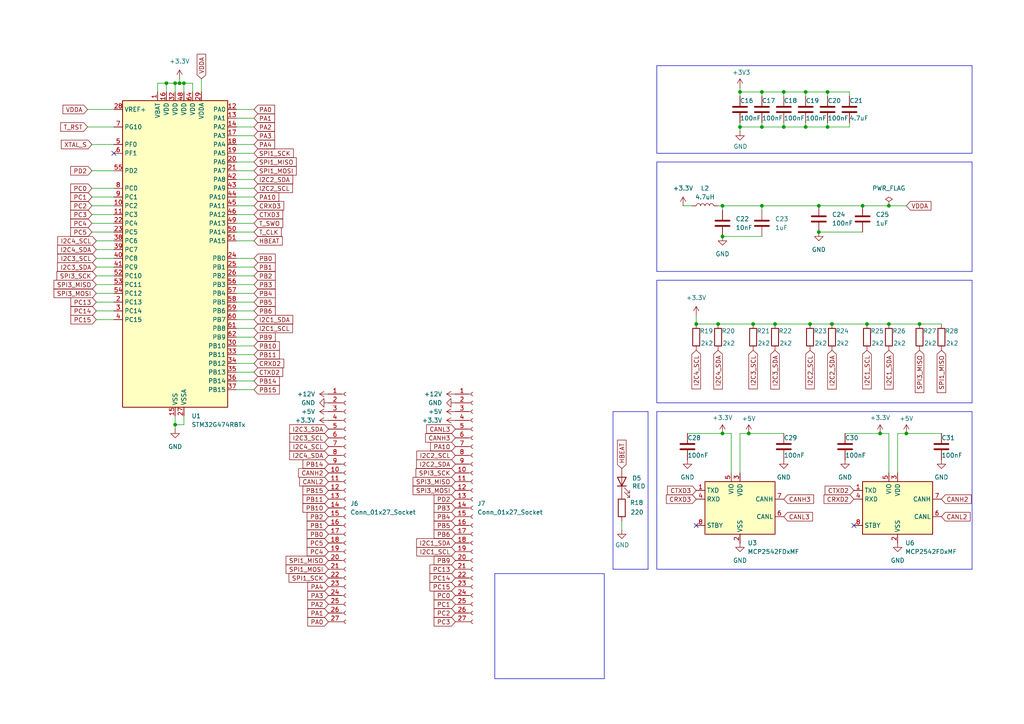
<source format=kicad_sch>
(kicad_sch (version 20231120) (generator "eeschema") (generator_version "8.0")
  (paper "A4")
  (lib_symbols
    (symbol "Connector:Conn_01x27_Socket" (pin_names (offset 1.016) hide)
      (property "Reference" "J" (at 0 35.56 0))
      (property "Value" "Conn_01x27_Socket" (at 0 -35.56 0))
      (symbol "Conn_01x27_Socket_1_1"
        (pin passive line (at -5.08 33.02 0) (length 3.81) (name "Pin_1") (number "1"))
        (pin passive line (at -5.08 10.16 0) (length 3.81) (name "Pin_10") (number "10"))
        (pin passive line (at -5.08 7.62 0) (length 3.81) (name "Pin_11") (number "11"))
        (pin passive line (at -5.08 5.08 0) (length 3.81) (name "Pin_12") (number "12"))
        (pin passive line (at -5.08 2.54 0) (length 3.81) (name "Pin_13") (number "13"))
        (pin passive line (at -5.08 0 0) (length 3.81) (name "Pin_14") (number "14"))
        (pin passive line (at -5.08 -2.54 0) (length 3.81) (name "Pin_15") (number "15"))
        (pin passive line (at -5.08 -5.08 0) (length 3.81) (name "Pin_16") (number "16"))
        (pin passive line (at -5.08 -7.62 0) (length 3.81) (name "Pin_17") (number "17"))
        (pin passive line (at -5.08 -10.16 0) (length 3.81) (name "Pin_18") (number "18"))
        (pin passive line (at -5.08 -12.7 0) (length 3.81) (name "Pin_19") (number "19"))
        (pin passive line (at -5.08 30.48 0) (length 3.81) (name "Pin_2") (number "2"))
        (pin passive line (at -5.08 -15.24 0) (length 3.81) (name "Pin_20") (number "20"))
        (pin passive line (at -5.08 -17.78 0) (length 3.81) (name "Pin_21") (number "21"))
        (pin passive line (at -5.08 -20.32 0) (length 3.81) (name "Pin_22") (number "22"))
        (pin passive line (at -5.08 -22.86 0) (length 3.81) (name "Pin_23") (number "23"))
        (pin passive line (at -5.08 -25.4 0) (length 3.81) (name "Pin_24") (number "24"))
        (pin passive line (at -5.08 -27.94 0) (length 3.81) (name "Pin_25") (number "25"))
        (pin passive line (at -5.08 -30.48 0) (length 3.81) (name "Pin_26") (number "26"))
        (pin passive line (at -5.08 -33.02 0) (length 3.81) (name "Pin_27") (number "27"))
        (pin passive line (at -5.08 27.94 0) (length 3.81) (name "Pin_3") (number "3"))
        (pin passive line (at -5.08 25.4 0) (length 3.81) (name "Pin_4") (number "4"))
        (pin passive line (at -5.08 22.86 0) (length 3.81) (name "Pin_5") (number "5"))
        (pin passive line (at -5.08 20.32 0) (length 3.81) (name "Pin_6") (number "6"))
        (pin passive line (at -5.08 17.78 0) (length 3.81) (name "Pin_7") (number "7"))
        (pin passive line (at -5.08 15.24 0) (length 3.81) (name "Pin_8") (number "8"))
        (pin passive line (at -5.08 12.7 0) (length 3.81) (name "Pin_9") (number "9"))
      )
    )
    (symbol "Device:C" (pin_numbers hide) (pin_names (offset 0.254))
      (property "Reference" "C" (at 0.635 2.54 0))
      (property "Value" "C" (at 0.635 -2.54 0))
      (symbol "C_1_1"
        (pin passive line (at 0 3.81 270) (length 2.794) (name "~") (number "1"))
        (pin passive line (at 0 -3.81 90) (length 2.794) (name "~") (number "2"))
      )
    )
    (symbol "Device:L" (pin_numbers hide) (pin_names (offset 1.016) hide)
      (property "Reference" "L" (at -1.27 0 90))
      (property "Value" "L" (at 1.905 0 90))
      (symbol "L_1_1"
        (pin passive line (at 0 3.81 270) (length 1.27) (name "1") (number "1"))
        (pin passive line (at 0 -3.81 90) (length 1.27) (name "2") (number "2"))
      )
    )
    (symbol "Device:LED" (pin_numbers hide) (pin_names (offset 1.016) hide)
      (property "Reference" "D" (at 0 2.54 0))
      (property "Value" "LED" (at 0 -2.54 0))
      (symbol "LED_1_1"
        (pin passive line (at -3.81 0 0) (length 2.54) (name "K") (number "1"))
        (pin passive line (at 3.81 0 180) (length 2.54) (name "A") (number "2"))
      )
    )
    (symbol "Device:R" (pin_numbers hide) (pin_names (offset 0))
      (property "Reference" "R" (at 2.032 0 90))
      (property "Value" "R" (at 0 0 90))
      (symbol "R_1_1"
        (pin passive line (at 0 3.81 270) (length 1.27) (name "~") (number "1"))
        (pin passive line (at 0 -3.81 90) (length 1.27) (name "~") (number "2"))
      )
    )
    (symbol "Interface_CAN_LIN:MCP2542FDxMF"
      (property "Reference" "U" (at -10.16 8.89 0))
      (property "Value" "MCP2542FDxMF" (at 2.54 8.89 0))
      (symbol "MCP2542FDxMF_1_1"
        (pin input line (at -12.7 5.08 0) (length 2.54) (name "TXD") (number "1"))
        (pin power_in line (at 0 -10.16 90) (length 2.54) (name "VSS") (number "2"))
        (pin power_in line (at 0 10.16 270) (length 2.54) (name "VDD") (number "3"))
        (pin output line (at -12.7 2.54 0) (length 2.54) (name "RXD") (number "4"))
        (pin power_in line (at -2.54 10.16 270) (length 2.54) (name "VIO") (number "5"))
        (pin bidirectional line (at 12.7 -2.54 180) (length 2.54) (name "CANL") (number "6"))
        (pin bidirectional line (at 12.7 2.54 180) (length 2.54) (name "CANH") (number "7"))
        (pin input line (at -12.7 -5.08 0) (length 2.54) (name "STBY") (number "8"))
        (pin passive line (at 0 -10.16 90) (length 2.54) hide (name "VSS") (number "9"))
      )
    )
    (symbol "MCU_ST_STM32G4:STM32G474RBTx"
      (property "Reference" "U" (at -15.24 46.99 0))
      (property "Value" "STM32G474RBTx" (at 10.16 46.99 0))
      (symbol "STM32G474RBTx_1_1"
        (pin power_in line (at -5.08 48.26 270) (length 2.54) (name "VBAT") (number "1"))
        (pin bidirectional line (at -17.78 15.24 0) (length 2.54) (name "PC2") (number "10"))
        (pin bidirectional line (at -17.78 12.7 0) (length 2.54) (name "PC3") (number "11"))
        (pin bidirectional line (at 17.78 43.18 180) (length 2.54) (name "PA0") (number "12"))
        (pin bidirectional line (at 17.78 40.64 180) (length 2.54) (name "PA1") (number "13"))
        (pin bidirectional line (at 17.78 38.1 180) (length 2.54) (name "PA2") (number "14"))
        (pin power_in line (at 0 -45.72 90) (length 2.54) (name "VSS") (number "15"))
        (pin power_in line (at -2.54 48.26 270) (length 2.54) (name "VDD") (number "16"))
        (pin bidirectional line (at 17.78 35.56 180) (length 2.54) (name "PA3") (number "17"))
        (pin bidirectional line (at 17.78 33.02 180) (length 2.54) (name "PA4") (number "18"))
        (pin bidirectional line (at 17.78 30.48 180) (length 2.54) (name "PA5") (number "19"))
        (pin bidirectional line (at -17.78 -12.7 0) (length 2.54) (name "PC13") (number "2"))
        (pin bidirectional line (at 17.78 27.94 180) (length 2.54) (name "PA6") (number "20"))
        (pin bidirectional line (at 17.78 25.4 180) (length 2.54) (name "PA7") (number "21"))
        (pin bidirectional line (at -17.78 10.16 0) (length 2.54) (name "PC4") (number "22"))
        (pin bidirectional line (at -17.78 7.62 0) (length 2.54) (name "PC5") (number "23"))
        (pin bidirectional line (at 17.78 0 180) (length 2.54) (name "PB0") (number "24"))
        (pin bidirectional line (at 17.78 -2.54 180) (length 2.54) (name "PB1") (number "25"))
        (pin bidirectional line (at 17.78 -5.08 180) (length 2.54) (name "PB2") (number "26"))
        (pin power_in line (at 2.54 -45.72 90) (length 2.54) (name "VSSA") (number "27"))
        (pin input line (at -17.78 43.18 0) (length 2.54) (name "VREF+") (number "28"))
        (pin power_in line (at 7.62 48.26 270) (length 2.54) (name "VDDA") (number "29"))
        (pin bidirectional line (at -17.78 -15.24 0) (length 2.54) (name "PC14") (number "3"))
        (pin bidirectional line (at 17.78 -25.4 180) (length 2.54) (name "PB10") (number "30"))
        (pin passive line (at 0 -45.72 90) (length 2.54) hide (name "VSS") (number "31"))
        (pin power_in line (at 0 48.26 270) (length 2.54) (name "VDD") (number "32"))
        (pin bidirectional line (at 17.78 -27.94 180) (length 2.54) (name "PB11") (number "33"))
        (pin bidirectional line (at 17.78 -30.48 180) (length 2.54) (name "PB12") (number "34"))
        (pin bidirectional line (at 17.78 -33.02 180) (length 2.54) (name "PB13") (number "35"))
        (pin bidirectional line (at 17.78 -35.56 180) (length 2.54) (name "PB14") (number "36"))
        (pin bidirectional line (at 17.78 -38.1 180) (length 2.54) (name "PB15") (number "37"))
        (pin bidirectional line (at -17.78 5.08 0) (length 2.54) (name "PC6") (number "38"))
        (pin bidirectional line (at -17.78 2.54 0) (length 2.54) (name "PC7") (number "39"))
        (pin bidirectional line (at -17.78 -17.78 0) (length 2.54) (name "PC15") (number "4"))
        (pin bidirectional line (at -17.78 0 0) (length 2.54) (name "PC8") (number "40"))
        (pin bidirectional line (at -17.78 -2.54 0) (length 2.54) (name "PC9") (number "41"))
        (pin bidirectional line (at 17.78 22.86 180) (length 2.54) (name "PA8") (number "42"))
        (pin bidirectional line (at 17.78 20.32 180) (length 2.54) (name "PA9") (number "43"))
        (pin bidirectional line (at 17.78 17.78 180) (length 2.54) (name "PA10") (number "44"))
        (pin bidirectional line (at 17.78 15.24 180) (length 2.54) (name "PA11") (number "45"))
        (pin bidirectional line (at 17.78 12.7 180) (length 2.54) (name "PA12") (number "46"))
        (pin passive line (at 0 -45.72 90) (length 2.54) hide (name "VSS") (number "47"))
        (pin power_in line (at 2.54 48.26 270) (length 2.54) (name "VDD") (number "48"))
        (pin bidirectional line (at 17.78 10.16 180) (length 2.54) (name "PA13") (number "49"))
        (pin bidirectional line (at -17.78 33.02 0) (length 2.54) (name "PF0") (number "5"))
        (pin bidirectional line (at 17.78 7.62 180) (length 2.54) (name "PA14") (number "50"))
        (pin bidirectional line (at 17.78 5.08 180) (length 2.54) (name "PA15") (number "51"))
        (pin bidirectional line (at -17.78 -5.08 0) (length 2.54) (name "PC10") (number "52"))
        (pin bidirectional line (at -17.78 -7.62 0) (length 2.54) (name "PC11") (number "53"))
        (pin bidirectional line (at -17.78 -10.16 0) (length 2.54) (name "PC12") (number "54"))
        (pin bidirectional line (at -17.78 25.4 0) (length 2.54) (name "PD2") (number "55"))
        (pin bidirectional line (at 17.78 -7.62 180) (length 2.54) (name "PB3") (number "56"))
        (pin bidirectional line (at 17.78 -10.16 180) (length 2.54) (name "PB4") (number "57"))
        (pin bidirectional line (at 17.78 -12.7 180) (length 2.54) (name "PB5") (number "58"))
        (pin bidirectional line (at 17.78 -15.24 180) (length 2.54) (name "PB6") (number "59"))
        (pin bidirectional line (at -17.78 30.48 0) (length 2.54) (name "PF1") (number "6"))
        (pin bidirectional line (at 17.78 -17.78 180) (length 2.54) (name "PB7") (number "60"))
        (pin bidirectional line (at 17.78 -20.32 180) (length 2.54) (name "PB8") (number "61"))
        (pin bidirectional line (at 17.78 -22.86 180) (length 2.54) (name "PB9") (number "62"))
        (pin passive line (at 0 -45.72 90) (length 2.54) hide (name "VSS") (number "63"))
        (pin power_in line (at 5.08 48.26 270) (length 2.54) (name "VDD") (number "64"))
        (pin bidirectional line (at -17.78 38.1 0) (length 2.54) (name "PG10") (number "7"))
        (pin bidirectional line (at -17.78 20.32 0) (length 2.54) (name "PC0") (number "8"))
        (pin bidirectional line (at -17.78 17.78 0) (length 2.54) (name "PC1") (number "9"))
      )
    )
    (symbol "power:+12V" (power) (pin_numbers hide) (pin_names (offset 0) hide)
      (property "Value" "+12V" (at 0 3.556 0))
      (symbol "+12V_1_1"
        (pin power_in line (at 0 0 90) (length 0) (name "~") (number "1"))
      )
    )
    (symbol "power:+3.3V" (power) (pin_numbers hide) (pin_names (offset 0) hide)
      (property "Value" "+3.3V" (at 0 3.556 0))
      (symbol "+3.3V_1_1"
        (pin power_in line (at 0 0 90) (length 0) (name "~") (number "1"))
      )
    )
    (symbol "power:+3V3" (power) (pin_numbers hide) (pin_names (offset 0) hide)
      (property "Value" "+3V3" (at 0 3.556 0))
      (symbol "+3V3_1_1"
        (pin power_in line (at 0 0 90) (length 0) (name "~") (number "1"))
      )
    )
    (symbol "power:+5V" (power) (pin_numbers hide) (pin_names (offset 0) hide)
      (property "Value" "+5V" (at 0 3.556 0))
      (symbol "+5V_1_1"
        (pin power_in line (at 0 0 90) (length 0) (name "~") (number "1"))
      )
    )
    (symbol "power:GND" (power) (pin_numbers hide) (pin_names (offset 0) hide)
      (property "Value" "GND" (at 0 -3.81 0))
      (symbol "GND_1_1"
        (pin power_in line (at 0 0 270) (length 0) (name "~") (number "1"))
      )
    )
    (symbol "power:PWR_FLAG" (power) (pin_numbers hide) (pin_names (offset 0) hide)
      (property "Value" "PWR_FLAG" (at 0 3.81 0))
      (symbol "PWR_FLAG_0_0"
        (pin power_out line (at 0 0 90) (length 0) (name "~") (number "1"))
      )
    )
  )
  (junction (at 257.81 93.98))
  (junction (at 241.3 93.98))
  (junction (at 227.33 36.83))
  (junction (at 218.44 93.98))
  (junction (at 262.89 125.73))
  (junction (at 50.8 123.19))
  (junction (at 266.7 93.98))
  (junction (at 209.55 68.58))
  (junction (at 255.27 125.73))
  (junction (at 237.49 67.31))
  (junction (at 237.49 59.69))
  (junction (at 214.63 26.67))
  (junction (at 209.55 125.73))
  (junction (at 234.95 93.98))
  (junction (at 52.07 24.13))
  (junction (at 224.79 93.98))
  (junction (at 240.03 26.67))
  (junction (at 250.19 59.69))
  (junction (at 217.17 125.73))
  (junction (at 209.55 59.69))
  (junction (at 50.8 24.13))
  (junction (at 220.98 36.83))
  (junction (at 251.46 93.98))
  (junction (at 240.03 36.83))
  (junction (at 48.26 24.13))
  (junction (at 201.93 93.98))
  (junction (at 53.34 24.13))
  (junction (at 220.98 59.69))
  (junction (at 257.81 59.69))
  (junction (at 233.68 36.83))
  (junction (at 220.98 26.67))
  (junction (at 227.33 26.67))
  (junction (at 214.63 36.83))
  (junction (at 233.68 26.67))
  (junction (at 208.28 93.98))
  (no_connect (at 33.02 44.45))
  (no_connect (at 247.65 152.4))
  (no_connect (at 201.93 152.4))
  (wire (pts (xy 68.58 62.23) (xy 73.66 62.23)))
  (wire (pts (xy 53.34 24.13) (xy 55.88 24.13)))
  (wire (pts (xy 73.66 64.77) (xy 68.58 64.77)))
  (wire (pts (xy 45.72 24.13) (xy 45.72 26.67)))
  (wire (pts (xy 50.8 24.13) (xy 50.8 26.67)))
  (wire (pts (xy 68.58 49.53) (xy 73.66 49.53)))
  (polyline (pts (xy 190.5 119.38) (xy 190.5 165.1)))
  (polyline (pts (xy 143.51 196.85) (xy 175.26 196.85)))
  (wire (pts (xy 214.63 36.83) (xy 214.63 38.1)))
  (wire (pts (xy 220.98 59.69) (xy 220.98 60.96)))
  (wire (pts (xy 220.98 36.83) (xy 214.63 36.83)))
  (wire (pts (xy 212.09 125.73) (xy 209.55 125.73)))
  (wire (pts (xy 241.3 93.98) (xy 251.46 93.98)))
  (wire (pts (xy 26.67 41.91) (xy 33.02 41.91)))
  (wire (pts (xy 48.26 24.13) (xy 48.26 26.67)))
  (wire (pts (xy 73.66 82.55) (xy 68.58 82.55)))
  (wire (pts (xy 240.03 26.67) (xy 240.03 27.94)))
  (wire (pts (xy 68.58 102.87) (xy 73.66 102.87)))
  (wire (pts (xy 218.44 93.98) (xy 224.79 93.98)))
  (wire (pts (xy 45.72 24.13) (xy 48.26 24.13)))
  (wire (pts (xy 240.03 35.56) (xy 240.03 36.83)))
  (polyline (pts (xy 190.5 19.05) (xy 190.5 44.45)))
  (wire (pts (xy 209.55 68.58) (xy 220.98 68.58)))
  (wire (pts (xy 68.58 44.45) (xy 73.66 44.45)))
  (wire (pts (xy 220.98 27.94) (xy 220.98 26.67)))
  (wire (pts (xy 68.58 113.03) (xy 73.66 113.03)))
  (wire (pts (xy 26.67 59.69) (xy 33.02 59.69)))
  (wire (pts (xy 68.58 100.33) (xy 73.66 100.33)))
  (wire (pts (xy 26.67 64.77) (xy 33.02 64.77)))
  (wire (pts (xy 27.94 82.55) (xy 33.02 82.55)))
  (wire (pts (xy 227.33 35.56) (xy 227.33 36.83)))
  (polyline (pts (xy 190.5 116.84) (xy 281.94 116.84)))
  (wire (pts (xy 27.94 85.09) (xy 33.02 85.09)))
  (wire (pts (xy 50.8 123.19) (xy 50.8 124.46)))
  (wire (pts (xy 50.8 24.13) (xy 52.07 24.13)))
  (polyline (pts (xy 187.96 165.1) (xy 177.8 165.1)))
  (wire (pts (xy 220.98 59.69) (xy 237.49 59.69)))
  (wire (pts (xy 73.66 107.95) (xy 68.58 107.95)))
  (wire (pts (xy 68.58 90.17) (xy 73.66 90.17)))
  (wire (pts (xy 68.58 46.99) (xy 73.66 46.99)))
  (polyline (pts (xy 175.26 166.37) (xy 143.51 166.37)))
  (polyline (pts (xy 190.5 81.28) (xy 190.5 83.82)))
  (polyline (pts (xy 190.5 78.74) (xy 190.5 46.99)))
  (wire (pts (xy 53.34 24.13) (xy 53.34 26.67)))
  (wire (pts (xy 25.4 31.75) (xy 33.02 31.75)))
  (polyline (pts (xy 143.51 166.37) (xy 143.51 196.85)))
  (wire (pts (xy 257.81 125.73) (xy 257.81 137.16)))
  (wire (pts (xy 246.38 35.56) (xy 246.38 36.83)))
  (wire (pts (xy 214.63 137.16) (xy 214.63 125.73)))
  (polyline (pts (xy 177.8 165.1) (xy 177.8 119.38)))
  (wire (pts (xy 68.58 67.31) (xy 73.66 67.31)))
  (wire (pts (xy 220.98 26.67) (xy 214.63 26.67)))
  (wire (pts (xy 214.63 26.67) (xy 214.63 25.4)))
  (wire (pts (xy 68.58 87.63) (xy 73.66 87.63)))
  (wire (pts (xy 233.68 26.67) (xy 227.33 26.67)))
  (wire (pts (xy 52.07 22.86) (xy 52.07 24.13)))
  (wire (pts (xy 26.67 54.61) (xy 33.02 54.61)))
  (wire (pts (xy 27.94 72.39) (xy 33.02 72.39)))
  (wire (pts (xy 233.68 26.67) (xy 240.03 26.67)))
  (wire (pts (xy 55.88 24.13) (xy 55.88 26.67)))
  (polyline (pts (xy 177.8 119.38) (xy 187.96 119.38)))
  (wire (pts (xy 220.98 35.56) (xy 220.98 36.83)))
  (polyline (pts (xy 281.94 19.05) (xy 190.5 19.05)))
  (polyline (pts (xy 187.96 165.1) (xy 187.96 165.1)))
  (wire (pts (xy 68.58 105.41) (xy 73.66 105.41)))
  (wire (pts (xy 68.58 80.01) (xy 73.66 80.01)))
  (wire (pts (xy 68.58 92.71) (xy 73.66 92.71)))
  (polyline (pts (xy 281.94 44.45) (xy 281.94 19.05)))
  (wire (pts (xy 68.58 41.91) (xy 73.66 41.91)))
  (wire (pts (xy 27.94 74.93) (xy 33.02 74.93)))
  (wire (pts (xy 257.81 93.98) (xy 266.7 93.98)))
  (wire (pts (xy 68.58 31.75) (xy 73.66 31.75)))
  (wire (pts (xy 260.35 137.16) (xy 260.35 125.73)))
  (polyline (pts (xy 281.94 81.28) (xy 190.5 81.28)))
  (wire (pts (xy 214.63 35.56) (xy 214.63 36.83)))
  (polyline (pts (xy 281.94 165.1) (xy 190.5 165.1)))
  (wire (pts (xy 26.67 57.15) (xy 33.02 57.15)))
  (wire (pts (xy 50.8 123.19) (xy 53.34 123.19)))
  (wire (pts (xy 209.55 59.69) (xy 209.55 60.96)))
  (wire (pts (xy 68.58 74.93) (xy 73.66 74.93)))
  (wire (pts (xy 53.34 123.19) (xy 53.34 120.65)))
  (polyline (pts (xy 281.94 119.38) (xy 281.94 165.1)))
  (polyline (pts (xy 190.5 44.45) (xy 281.94 44.45)))
  (wire (pts (xy 58.42 22.86) (xy 58.42 26.67)))
  (wire (pts (xy 214.63 27.94) (xy 214.63 26.67)))
  (wire (pts (xy 201.93 93.98) (xy 208.28 93.98)))
  (wire (pts (xy 234.95 93.98) (xy 241.3 93.98)))
  (wire (pts (xy 257.81 59.69) (xy 262.89 59.69)))
  (wire (pts (xy 52.07 24.13) (xy 53.34 24.13)))
  (wire (pts (xy 68.58 52.07) (xy 73.66 52.07)))
  (polyline (pts (xy 175.26 166.37) (xy 175.26 196.85)))
  (polyline (pts (xy 281.94 116.84) (xy 281.94 81.28)))
  (polyline (pts (xy 187.96 119.38) (xy 187.96 165.1)))
  (wire (pts (xy 198.12 59.69) (xy 200.66 59.69)))
  (wire (pts (xy 266.7 93.98) (xy 273.05 93.98)))
  (wire (pts (xy 209.55 125.73) (xy 199.39 125.73)))
  (polyline (pts (xy 190.5 46.99) (xy 281.94 46.99)))
  (polyline (pts (xy 190.5 78.74) (xy 281.94 78.74)))
  (wire (pts (xy 233.68 36.83) (xy 227.33 36.83)))
  (wire (pts (xy 208.28 93.98) (xy 218.44 93.98)))
  (wire (pts (xy 26.67 49.53) (xy 33.02 49.53)))
  (wire (pts (xy 26.67 62.23) (xy 33.02 62.23)))
  (wire (pts (xy 26.67 67.31) (xy 33.02 67.31)))
  (wire (pts (xy 257.81 125.73) (xy 255.27 125.73)))
  (wire (pts (xy 246.38 36.83) (xy 240.03 36.83)))
  (wire (pts (xy 68.58 59.69) (xy 73.66 59.69)))
  (wire (pts (xy 68.58 36.83) (xy 73.66 36.83)))
  (polyline (pts (xy 190.5 83.82) (xy 190.5 116.84)))
  (wire (pts (xy 27.94 87.63) (xy 33.02 87.63)))
  (wire (pts (xy 73.66 110.49) (xy 68.58 110.49)))
  (wire (pts (xy 246.38 26.67) (xy 240.03 26.67)))
  (wire (pts (xy 209.55 59.69) (xy 220.98 59.69)))
  (wire (pts (xy 68.58 39.37) (xy 73.66 39.37)))
  (wire (pts (xy 233.68 35.56) (xy 233.68 36.83)))
  (wire (pts (xy 27.94 90.17) (xy 33.02 90.17)))
  (wire (pts (xy 68.58 57.15) (xy 73.66 57.15)))
  (wire (pts (xy 208.28 59.69) (xy 209.55 59.69)))
  (wire (pts (xy 48.26 24.13) (xy 50.8 24.13)))
  (wire (pts (xy 68.58 77.47) (xy 73.66 77.47)))
  (wire (pts (xy 27.94 92.71) (xy 33.02 92.71)))
  (wire (pts (xy 233.68 27.94) (xy 233.68 26.67)))
  (wire (pts (xy 25.4 36.83) (xy 33.02 36.83)))
  (wire (pts (xy 251.46 93.98) (xy 257.81 93.98)))
  (wire (pts (xy 237.49 59.69) (xy 250.19 59.69)))
  (wire (pts (xy 227.33 26.67) (xy 220.98 26.67)))
  (wire (pts (xy 260.35 125.73) (xy 262.89 125.73)))
  (wire (pts (xy 227.33 27.94) (xy 227.33 26.67)))
  (wire (pts (xy 68.58 97.79) (xy 73.66 97.79)))
  (wire (pts (xy 240.03 36.83) (xy 233.68 36.83)))
  (wire (pts (xy 237.49 67.31) (xy 250.19 67.31)))
  (wire (pts (xy 224.79 93.98) (xy 234.95 93.98)))
  (wire (pts (xy 250.19 59.69) (xy 257.81 59.69)))
  (wire (pts (xy 27.94 69.85) (xy 33.02 69.85)))
  (wire (pts (xy 50.8 120.65) (xy 50.8 123.19)))
  (wire (pts (xy 68.58 54.61) (xy 73.66 54.61)))
  (wire (pts (xy 212.09 125.73) (xy 212.09 137.16)))
  (wire (pts (xy 68.58 95.25) (xy 73.66 95.25)))
  (wire (pts (xy 217.17 125.73) (xy 227.33 125.73)))
  (wire (pts (xy 180.34 153.67) (xy 180.34 151.13)))
  (wire (pts (xy 73.66 85.09) (xy 68.58 85.09)))
  (wire (pts (xy 27.94 80.01) (xy 33.02 80.01)))
  (wire (pts (xy 227.33 36.83) (xy 220.98 36.83)))
  (wire (pts (xy 214.63 125.73) (xy 217.17 125.73)))
  (wire (pts (xy 68.58 34.29) (xy 73.66 34.29)))
  (wire (pts (xy 246.38 27.94) (xy 246.38 26.67)))
  (wire (pts (xy 68.58 69.85) (xy 73.66 69.85)))
  (polyline (pts (xy 190.5 119.38) (xy 281.94 119.38)))
  (polyline (pts (xy 281.94 46.99) (xy 281.94 78.74)))
  (wire (pts (xy 201.93 91.44) (xy 201.93 93.98)))
  (wire (pts (xy 27.94 77.47) (xy 33.02 77.47)))
  (wire (pts (xy 255.27 125.73) (xy 245.11 125.73)))
  (wire (pts (xy 262.89 125.73) (xy 273.05 125.73)))
  (global_label "I2C3_SCL" (shape input) (at 27.94 74.93 180) (property "Intersheetrefs" "${INTERSHEET_REFS}" (effects (hide yes))))
  (global_label "PC4" (shape input) (at 95.25 160.02 180) (property "Intersheetrefs" "${INTERSHEET_REFS}" (effects (hide yes))))
  (global_label "PA2" (shape input) (at 95.25 175.26 180) (property "Intersheetrefs" "${INTERSHEET_REFS}" (effects (hide yes))))
  (global_label "PB9" (shape input) (at 73.66 97.79 0) (property "Intersheetrefs" "${INTERSHEET_REFS}" (effects (hide yes))))
  (global_label "PC5" (shape input) (at 26.67 67.31 180) (property "Intersheetrefs" "${INTERSHEET_REFS}" (effects (hide yes))))
  (global_label "PB5" (shape input) (at 73.66 87.63 0) (property "Intersheetrefs" "${INTERSHEET_REFS}" (effects (hide yes))))
  (global_label "PC1" (shape input) (at 132.08 175.26 180) (property "Intersheetrefs" "${INTERSHEET_REFS}" (effects (hide yes))))
  (global_label "I2C3_SDA" (shape input) (at 27.94 77.47 180) (property "Intersheetrefs" "${INTERSHEET_REFS}" (effects (hide yes))))
  (global_label "PA10" (shape input) (at 132.08 129.54 180) (property "Intersheetrefs" "${INTERSHEET_REFS}" (effects (hide yes))))
  (global_label "PB11" (shape input) (at 95.25 144.78 180) (property "Intersheetrefs" "${INTERSHEET_REFS}" (effects (hide yes))))
  (global_label "PB10" (shape input) (at 73.66 100.33 0) (property "Intersheetrefs" "${INTERSHEET_REFS}" (effects (hide yes))))
  (global_label "PA0" (shape input) (at 73.66 31.75 0) (property "Intersheetrefs" "${INTERSHEET_REFS}" (effects (hide yes))))
  (global_label "PA1" (shape input) (at 95.25 177.8 180) (property "Intersheetrefs" "${INTERSHEET_REFS}" (effects (hide yes))))
  (global_label "T_RST" (shape input) (at 25.4 36.83 180) (property "Intersheetrefs" "${INTERSHEET_REFS}" (effects (hide yes))))
  (global_label "PA3" (shape input) (at 95.25 172.72 180) (property "Intersheetrefs" "${INTERSHEET_REFS}" (effects (hide yes))))
  (global_label "SPI1_SCK" (shape input) (at 73.66 44.45 0) (property "Intersheetrefs" "${INTERSHEET_REFS}" (effects (hide yes))))
  (global_label "CTXD2" (shape input) (at 247.65 142.24 180) (property "Intersheetrefs" "${INTERSHEET_REFS}" (effects (hide yes))))
  (global_label "PC0" (shape input) (at 26.67 54.61 180) (property "Intersheetrefs" "${INTERSHEET_REFS}" (effects (hide yes))))
  (global_label "PB10" (shape input) (at 95.25 147.32 180) (property "Intersheetrefs" "${INTERSHEET_REFS}" (effects (hide yes))))
  (global_label "I2C2_SDA" (shape input) (at 73.66 52.07 0) (property "Intersheetrefs" "${INTERSHEET_REFS}" (effects (hide yes))))
  (global_label "HBEAT" (shape input) (at 180.34 135.89 90) (property "Intersheetrefs" "${INTERSHEET_REFS}" (effects (hide yes))))
  (global_label "PB4" (shape input) (at 132.08 149.86 180) (property "Intersheetrefs" "${INTERSHEET_REFS}" (effects (hide yes))))
  (global_label "I2C3_SDA" (shape input) (at 224.79 101.6 270) (property "Intersheetrefs" "${INTERSHEET_REFS}" (effects (hide yes))))
  (global_label "I2C3_SDA" (shape input) (at 95.25 124.46 180) (property "Intersheetrefs" "${INTERSHEET_REFS}" (effects (hide yes))))
  (global_label "I2C2_SDA" (shape input) (at 132.08 134.62 180) (property "Intersheetrefs" "${INTERSHEET_REFS}" (effects (hide yes))))
  (global_label "SPI3_MOSI" (shape input) (at 132.08 142.24 180) (property "Intersheetrefs" "${INTERSHEET_REFS}" (effects (hide yes))))
  (global_label "PB14" (shape input) (at 73.66 110.49 0) (property "Intersheetrefs" "${INTERSHEET_REFS}" (effects (hide yes))))
  (global_label "I2C2_SCL" (shape input) (at 234.95 101.6 270) (property "Intersheetrefs" "${INTERSHEET_REFS}" (effects (hide yes))))
  (global_label "PA2" (shape input) (at 73.66 36.83 0) (property "Intersheetrefs" "${INTERSHEET_REFS}" (effects (hide yes))))
  (global_label "PD2" (shape input) (at 132.08 144.78 180) (property "Intersheetrefs" "${INTERSHEET_REFS}" (effects (hide yes))))
  (global_label "PC5" (shape input) (at 95.25 157.48 180) (property "Intersheetrefs" "${INTERSHEET_REFS}" (effects (hide yes))))
  (global_label "SPI1_MOSI" (shape input) (at 73.66 49.53 0) (property "Intersheetrefs" "${INTERSHEET_REFS}" (effects (hide yes))))
  (global_label "SPI3_SCK" (shape input) (at 27.94 80.01 180) (property "Intersheetrefs" "${INTERSHEET_REFS}" (effects (hide yes))))
  (global_label "I2C3_SCL" (shape input) (at 95.25 127 180) (property "Intersheetrefs" "${INTERSHEET_REFS}" (effects (hide yes))))
  (global_label "PB1" (shape input) (at 73.66 77.47 0) (property "Intersheetrefs" "${INTERSHEET_REFS}" (effects (hide yes))))
  (global_label "I2C1_SDA" (shape input) (at 73.66 92.71 0) (property "Intersheetrefs" "${INTERSHEET_REFS}" (effects (hide yes))))
  (global_label "CRXD2" (shape input) (at 247.65 144.78 180) (property "Intersheetrefs" "${INTERSHEET_REFS}" (effects (hide yes))))
  (global_label "PB6" (shape input) (at 132.08 154.94 180) (property "Intersheetrefs" "${INTERSHEET_REFS}" (effects (hide yes))))
  (global_label "SPI3_MOSI" (shape input) (at 27.94 85.09 180) (property "Intersheetrefs" "${INTERSHEET_REFS}" (effects (hide yes))))
  (global_label "PB0" (shape input) (at 73.66 74.93 0) (property "Intersheetrefs" "${INTERSHEET_REFS}" (effects (hide yes))))
  (global_label "CRXD3" (shape input) (at 73.66 59.69 0) (property "Intersheetrefs" "${INTERSHEET_REFS}" (effects (hide yes))))
  (global_label "XTAL_S" (shape input) (at 26.67 41.91 180) (property "Intersheetrefs" "${INTERSHEET_REFS}" (effects (hide yes))))
  (global_label "PC14" (shape input) (at 27.94 90.17 180) (property "Intersheetrefs" "${INTERSHEET_REFS}" (effects (hide yes))))
  (global_label "SPI3_MISO" (shape input) (at 266.7 101.6 270) (property "Intersheetrefs" "${INTERSHEET_REFS}" (effects (hide yes))))
  (global_label "PC15" (shape input) (at 132.08 170.18 180) (property "Intersheetrefs" "${INTERSHEET_REFS}" (effects (hide yes))))
  (global_label "CANL3" (shape input) (at 227.33 149.86 0) (property "Intersheetrefs" "${INTERSHEET_REFS}" (effects (hide yes))))
  (global_label "PB0" (shape input) (at 95.25 154.94 180) (property "Intersheetrefs" "${INTERSHEET_REFS}" (effects (hide yes))))
  (global_label "I2C4_SCL" (shape input) (at 27.94 69.85 180) (property "Intersheetrefs" "${INTERSHEET_REFS}" (effects (hide yes))))
  (global_label "PB14" (shape input) (at 95.25 134.62 180) (property "Intersheetrefs" "${INTERSHEET_REFS}" (effects (hide yes))))
  (global_label "SPI1_MISO" (shape input) (at 273.05 101.6 270) (property "Intersheetrefs" "${INTERSHEET_REFS}" (effects (hide yes))))
  (global_label "PB2" (shape input) (at 73.66 80.01 0) (property "Intersheetrefs" "${INTERSHEET_REFS}" (effects (hide yes))))
  (global_label "I2C1_SCL" (shape input) (at 251.46 101.6 270) (property "Intersheetrefs" "${INTERSHEET_REFS}" (effects (hide yes))))
  (global_label "PB2" (shape input) (at 95.25 149.86 180) (property "Intersheetrefs" "${INTERSHEET_REFS}" (effects (hide yes))))
  (global_label "I2C3_SCL" (shape input) (at 218.44 101.6 270) (property "Intersheetrefs" "${INTERSHEET_REFS}" (effects (hide yes))))
  (global_label "CRXD2" (shape input) (at 73.66 105.41 0) (property "Intersheetrefs" "${INTERSHEET_REFS}" (effects (hide yes))))
  (global_label "VDDA" (shape input) (at 58.42 22.86 90) (property "Intersheetrefs" "${INTERSHEET_REFS}" (effects (hide yes))))
  (global_label "PC4" (shape input) (at 26.67 64.77 180) (property "Intersheetrefs" "${INTERSHEET_REFS}" (effects (hide yes))))
  (global_label "PB6" (shape input) (at 73.66 90.17 0) (property "Intersheetrefs" "${INTERSHEET_REFS}" (effects (hide yes))))
  (global_label "T_SWO" (shape input) (at 73.66 64.77 0) (property "Intersheetrefs" "${INTERSHEET_REFS}" (effects (hide yes))))
  (global_label "I2C1_SDA" (shape input) (at 132.08 157.48 180) (property "Intersheetrefs" "${INTERSHEET_REFS}" (effects (hide yes))))
  (global_label "CTXD3" (shape input) (at 73.66 62.23 0) (property "Intersheetrefs" "${INTERSHEET_REFS}" (effects (hide yes))))
  (global_label "PA4" (shape input) (at 73.66 41.91 0) (property "Intersheetrefs" "${INTERSHEET_REFS}" (effects (hide yes))))
  (global_label "PA0" (shape input) (at 95.25 180.34 180) (property "Intersheetrefs" "${INTERSHEET_REFS}" (effects (hide yes))))
  (global_label "SPI1_SCK" (shape input) (at 95.25 167.64 180) (property "Intersheetrefs" "${INTERSHEET_REFS}" (effects (hide yes))))
  (global_label "PC13" (shape input) (at 27.94 87.63 180) (property "Intersheetrefs" "${INTERSHEET_REFS}" (effects (hide yes))))
  (global_label "PA1" (shape input) (at 73.66 34.29 0) (property "Intersheetrefs" "${INTERSHEET_REFS}" (effects (hide yes))))
  (global_label "PB5" (shape input) (at 132.08 152.4 180) (property "Intersheetrefs" "${INTERSHEET_REFS}" (effects (hide yes))))
  (global_label "PC3" (shape input) (at 26.67 62.23 180) (property "Intersheetrefs" "${INTERSHEET_REFS}" (effects (hide yes))))
  (global_label "I2C4_SCL" (shape input) (at 201.93 101.6 270) (property "Intersheetrefs" "${INTERSHEET_REFS}" (effects (hide yes))))
  (global_label "PA4" (shape input) (at 95.25 170.18 180) (property "Intersheetrefs" "${INTERSHEET_REFS}" (effects (hide yes))))
  (global_label "I2C4_SCL" (shape input) (at 95.25 129.54 180) (property "Intersheetrefs" "${INTERSHEET_REFS}" (effects (hide yes))))
  (global_label "PC2" (shape input) (at 26.67 59.69 180) (property "Intersheetrefs" "${INTERSHEET_REFS}" (effects (hide yes))))
  (global_label "PB4" (shape input) (at 73.66 85.09 0) (property "Intersheetrefs" "${INTERSHEET_REFS}" (effects (hide yes))))
  (global_label "CANL2" (shape input) (at 95.25 139.7 180) (property "Intersheetrefs" "${INTERSHEET_REFS}" (effects (hide yes))))
  (global_label "PB15" (shape input) (at 73.66 113.03 0) (property "Intersheetrefs" "${INTERSHEET_REFS}" (effects (hide yes))))
  (global_label "PC1" (shape input) (at 26.67 57.15 180) (property "Intersheetrefs" "${INTERSHEET_REFS}" (effects (hide yes))))
  (global_label "HBEAT" (shape input) (at 73.66 69.85 0) (property "Intersheetrefs" "${INTERSHEET_REFS}" (effects (hide yes))))
  (global_label "CANH2" (shape input) (at 95.25 137.16 180) (property "Intersheetrefs" "${INTERSHEET_REFS}" (effects (hide yes))))
  (global_label "T_CLK" (shape input) (at 73.66 67.31 0) (property "Intersheetrefs" "${INTERSHEET_REFS}" (effects (hide yes))))
  (global_label "PC3" (shape input) (at 132.08 180.34 180) (property "Intersheetrefs" "${INTERSHEET_REFS}" (effects (hide yes))))
  (global_label "I2C4_SDA" (shape input) (at 208.28 101.6 270) (property "Intersheetrefs" "${INTERSHEET_REFS}" (effects (hide yes))))
  (global_label "I2C4_SDA" (shape input) (at 27.94 72.39 180) (property "Intersheetrefs" "${INTERSHEET_REFS}" (effects (hide yes))))
  (global_label "PC15" (shape input) (at 27.94 92.71 180) (property "Intersheetrefs" "${INTERSHEET_REFS}" (effects (hide yes))))
  (global_label "PB9" (shape input) (at 132.08 162.56 180) (property "Intersheetrefs" "${INTERSHEET_REFS}" (effects (hide yes))))
  (global_label "VDDA" (shape input) (at 25.4 31.75 180) (property "Intersheetrefs" "${INTERSHEET_REFS}" (effects (hide yes))))
  (global_label "PA10" (shape input) (at 73.66 57.15 0) (property "Intersheetrefs" "${INTERSHEET_REFS}" (effects (hide yes))))
  (global_label "PB3" (shape input) (at 73.66 82.55 0) (property "Intersheetrefs" "${INTERSHEET_REFS}" (effects (hide yes))))
  (global_label "SPI3_MISO" (shape input) (at 132.08 139.7 180) (property "Intersheetrefs" "${INTERSHEET_REFS}" (effects (hide yes))))
  (global_label "CANH3" (shape input) (at 132.08 127 180) (property "Intersheetrefs" "${INTERSHEET_REFS}" (effects (hide yes))))
  (global_label "SPI1_MOSI" (shape input) (at 95.25 165.1 180) (property "Intersheetrefs" "${INTERSHEET_REFS}" (effects (hide yes))))
  (global_label "I2C2_SCL" (shape input) (at 73.66 54.61 0) (property "Intersheetrefs" "${INTERSHEET_REFS}" (effects (hide yes))))
  (global_label "CANL3" (shape input) (at 132.08 124.46 180) (property "Intersheetrefs" "${INTERSHEET_REFS}" (effects (hide yes))))
  (global_label "I2C1_SDA" (shape input) (at 257.81 101.6 270) (property "Intersheetrefs" "${INTERSHEET_REFS}" (effects (hide yes))))
  (global_label "PC13" (shape input) (at 132.08 165.1 180) (property "Intersheetrefs" "${INTERSHEET_REFS}" (effects (hide yes))))
  (global_label "VDDA" (shape input) (at 262.89 59.69 0) (property "Intersheetrefs" "${INTERSHEET_REFS}" (effects (hide yes))))
  (global_label "PB11" (shape input) (at 73.66 102.87 0) (property "Intersheetrefs" "${INTERSHEET_REFS}" (effects (hide yes))))
  (global_label "CTXD3" (shape input) (at 201.93 142.24 180) (property "Intersheetrefs" "${INTERSHEET_REFS}" (effects (hide yes))))
  (global_label "SPI1_MISO" (shape input) (at 73.66 46.99 0) (property "Intersheetrefs" "${INTERSHEET_REFS}" (effects (hide yes))))
  (global_label "I2C1_SCL" (shape input) (at 73.66 95.25 0) (property "Intersheetrefs" "${INTERSHEET_REFS}" (effects (hide yes))))
  (global_label "PB3" (shape input) (at 132.08 147.32 180) (property "Intersheetrefs" "${INTERSHEET_REFS}" (effects (hide yes))))
  (global_label "PC0" (shape input) (at 132.08 172.72 180) (property "Intersheetrefs" "${INTERSHEET_REFS}" (effects (hide yes))))
  (global_label "CANL2" (shape input) (at 273.05 149.86 0) (property "Intersheetrefs" "${INTERSHEET_REFS}" (effects (hide yes))))
  (global_label "SPI3_SCK" (shape input) (at 132.08 137.16 180) (property "Intersheetrefs" "${INTERSHEET_REFS}" (effects (hide yes))))
  (global_label "PA3" (shape input) (at 73.66 39.37 0) (property "Intersheetrefs" "${INTERSHEET_REFS}" (effects (hide yes))))
  (global_label "I2C2_SDA" (shape input) (at 241.3 101.6 270) (property "Intersheetrefs" "${INTERSHEET_REFS}" (effects (hide yes))))
  (global_label "I2C4_SDA" (shape input) (at 95.25 132.08 180) (property "Intersheetrefs" "${INTERSHEET_REFS}" (effects (hide yes))))
  (global_label "PB1" (shape input) (at 95.25 152.4 180) (property "Intersheetrefs" "${INTERSHEET_REFS}" (effects (hide yes))))
  (global_label "I2C2_SCL" (shape input) (at 132.08 132.08 180) (property "Intersheetrefs" "${INTERSHEET_REFS}" (effects (hide yes))))
  (global_label "CANH3" (shape input) (at 227.33 144.78 0) (property "Intersheetrefs" "${INTERSHEET_REFS}" (effects (hide yes))))
  (global_label "SPI3_MISO" (shape input) (at 27.94 82.55 180) (property "Intersheetrefs" "${INTERSHEET_REFS}" (effects (hide yes))))
  (global_label "CANH2" (shape input) (at 273.05 144.78 0) (property "Intersheetrefs" "${INTERSHEET_REFS}" (effects (hide yes))))
  (global_label "I2C1_SCL" (shape input) (at 132.08 160.02 180) (property "Intersheetrefs" "${INTERSHEET_REFS}" (effects (hide yes))))
  (global_label "PC14" (shape input) (at 132.08 167.64 180) (property "Intersheetrefs" "${INTERSHEET_REFS}" (effects (hide yes))))
  (global_label "PD2" (shape input) (at 26.67 49.53 180) (property "Intersheetrefs" "${INTERSHEET_REFS}" (effects (hide yes))))
  (global_label "CRXD3" (shape input) (at 201.93 144.78 180) (property "Intersheetrefs" "${INTERSHEET_REFS}" (effects (hide yes))))
  (global_label "CTXD2" (shape input) (at 73.66 107.95 0) (property "Intersheetrefs" "${INTERSHEET_REFS}" (effects (hide yes))))
  (global_label "SPI1_MISO" (shape input) (at 95.25 162.56 180) (property "Intersheetrefs" "${INTERSHEET_REFS}" (effects (hide yes))))
  (global_label "PC2" (shape input) (at 132.08 177.8 180) (property "Intersheetrefs" "${INTERSHEET_REFS}" (effects (hide yes))))
  (global_label "PB15" (shape input) (at 95.25 142.24 180) (property "Intersheetrefs" "${INTERSHEET_REFS}" (effects (hide yes))))
  (symbol (lib_id "Device:C") (at 214.63 31.75 0) (unit 1)
    (property "Reference" "C16" (at 214.63 29.21 0) (effects (justify left)))
    (property "Value" "100nF" (at 214.63 34.29 0) (effects (justify left)))
    (property "Footprint" "Capacitor_SMD:C_0402_1005Metric" (effects (hide yes)))
    (property "Description" "Unpolarized capacitor" (effects (hide yes)))
    (property "LCSC" "C1525" (effects (hide yes)))
  )
  (symbol (lib_id "power:+3.3V") (at 132.08 121.92 90) (unit 1)
    (property "Reference" "#PWR068" (effects (hide yes)))
    (property "Value" "+3.3V" (at 128.27 121.9199 90) (effects (justify left)))
    (property "Description" "Power symbol creates a global label with name \"+3.3V\"" (effects (hide yes)))
  )
  (symbol (lib_id "power:GND") (at 199.39 133.35 0) (unit 1)
    (property "Reference" "#PWR037" (effects (hide yes)))
    (property "Value" "GND" (at 199.39 138.43 0))
    (property "Description" "Power symbol creates a global label with name \"GND\" , ground" (effects (hide yes)))
  )
  (symbol (lib_id "Device:R") (at 218.44 97.79 0) (unit 1)
    (property "Reference" "R21" (at 219.456 96.012 0) (effects (justify left)))
    (property "Value" "2k2" (at 219.71 99.568 0) (effects (justify left)))
    (property "Footprint" "Resistor_SMD:R_0402_1005Metric" (effects (hide yes)))
    (property "Description" "Resistor" (effects (hide yes)))
  )
  (symbol (lib_id "power:GND") (at 214.63 38.1 0) (unit 1)
    (property "Reference" "#PWR028" (effects (hide yes)))
    (property "Value" "GND" (at 214.757 42.4942 0))
    (property "Description" "Power symbol creates a global label with name \"GND\" , ground" (effects (hide yes)))
  )
  (symbol (lib_id "power:GND") (at 260.35 157.48 0) (unit 1)
    (property "Reference" "#PWR036" (effects (hide yes)))
    (property "Value" "GND" (at 260.35 162.56 0))
    (property "Description" "Power symbol creates a global label with name \"GND\" , ground" (effects (hide yes)))
  )
  (symbol (lib_id "power:+3V3") (at 214.63 25.4 0) (unit 1)
    (property "Reference" "#PWR027" (effects (hide yes)))
    (property "Value" "+3V3" (at 215.011 21.0058 0))
    (property "Description" "Power symbol creates a global label with name \"+3V3\"" (effects (hide yes)))
  )
  (symbol (lib_id "power:+3.3V") (at 209.55 125.73 0) (unit 1)
    (property "Reference" "#PWR041" (effects (hide yes)))
    (property "Value" "+3.3V" (at 209.55 121.158 0))
    (property "Description" "Power symbol creates a global label with name \"+3.3V\"" (effects (hide yes)))
  )
  (symbol (lib_id "power:GND") (at 214.63 157.48 0) (unit 1)
    (property "Reference" "#PWR042" (effects (hide yes)))
    (property "Value" "GND" (at 214.63 162.56 0))
    (property "Description" "Power symbol creates a global label with name \"GND\" , ground" (effects (hide yes)))
  )
  (symbol (lib_id "Device:R") (at 234.95 97.79 0) (unit 1)
    (property "Reference" "R23" (at 235.966 96.012 0) (effects (justify left)))
    (property "Value" "2k2" (at 236.22 99.568 0) (effects (justify left)))
    (property "Footprint" "Resistor_SMD:R_0402_1005Metric" (effects (hide yes)))
    (property "Description" "Resistor" (effects (hide yes)))
  )
  (symbol (lib_id "Device:R") (at 273.05 97.79 0) (unit 1)
    (property "Reference" "R28" (at 274.066 96.012 0) (effects (justify left)))
    (property "Value" "2k2" (at 274.32 99.568 0) (effects (justify left)))
    (property "Footprint" "Resistor_SMD:R_0402_1005Metric" (effects (hide yes)))
    (property "Description" "Resistor" (effects (hide yes)))
  )
  (symbol (lib_id "Device:C") (at 227.33 31.75 0) (unit 1)
    (property "Reference" "C18" (at 227.33 29.21 0) (effects (justify left)))
    (property "Value" "100nF" (at 227.33 34.29 0) (effects (justify left)))
    (property "Footprint" "Capacitor_SMD:C_0402_1005Metric" (effects (hide yes)))
    (property "Description" "Unpolarized capacitor" (effects (hide yes)))
    (property "LCSC" "C1525" (effects (hide yes)))
  )
  (symbol (lib_id "Device:C") (at 209.55 64.77 0) (unit 1)
    (property "Reference" "C22" (at 213.36 63.4999 0) (effects (justify left)))
    (property "Value" "10nF" (at 213.36 66.0399 0) (effects (justify left)))
    (property "Footprint" "Capacitor_SMD:C_0402_1005Metric" (effects (hide yes)))
    (property "Description" "Unpolarized capacitor" (effects (hide yes)))
  )
  (symbol (lib_id "Device:C") (at 250.19 63.5 0) (unit 1)
    (property "Reference" "C25" (at 254 62.2299 0) (effects (justify left)))
    (property "Value" "1uF" (at 254 64.7699 0) (effects (justify left)))
    (property "Footprint" "Capacitor_SMD:C_0402_1005Metric" (effects (hide yes)))
    (property "Description" "Unpolarized capacitor" (effects (hide yes)))
  )
  (symbol (lib_id "Device:C") (at 233.68 31.75 0) (unit 1)
    (property "Reference" "C19" (at 233.68 29.21 0) (effects (justify left)))
    (property "Value" "100nF" (at 233.68 34.29 0) (effects (justify left)))
    (property "Footprint" "Capacitor_SMD:C_0402_1005Metric" (effects (hide yes)))
    (property "Description" "Unpolarized capacitor" (effects (hide yes)))
    (property "LCSC" "C1525" (effects (hide yes)))
  )
  (symbol (lib_id "power:GND") (at 237.49 67.31 0) (unit 1)
    (property "Reference" "#PWR032" (effects (hide yes)))
    (property "Value" "GND" (at 237.49 72.39 0))
    (property "Description" "Power symbol creates a global label with name \"GND\" , ground" (effects (hide yes)))
  )
  (symbol (lib_id "Interface_CAN_LIN:MCP2542FDxMF") (at 214.63 147.32 0) (unit 1)
    (property "Reference" "U3" (at 216.8241 157.48 0) (effects (justify left)))
    (property "Value" "MCP2542FDxMF" (at 216.8241 160.02 0) (effects (justify left)))
    (property "Footprint" "Package_DFN_QFN:DFN-8-1EP_3x3mm_P0.65mm_EP1.55x2.4mm" (effects (hide yes)))
    (property "Datasheet" "http://ww1.microchip.com/downloads/en/DeviceDoc/MCP2542FD-4FD-MCP2542WFD-4WFD-Data-Sheet20005514B.pdf" (effects (hide yes)))
    (property "Description" "CAN-FD Transceiver, Wake-Up on CAN activity, 8Mbps, 5V supply, STBY pin, 3x3 DFN-8" (effects (hide yes)))
  )
  (symbol (lib_id "power:GND") (at 245.11 133.35 0) (unit 1)
    (property "Reference" "#PWR039" (effects (hide yes)))
    (property "Value" "GND" (at 245.11 138.43 0))
    (property "Description" "Power symbol creates a global label with name \"GND\" , ground" (effects (hide yes)))
  )
  (symbol (lib_id "Device:C") (at 199.39 129.54 0) (unit 1)
    (property "Reference" "C28" (at 199.39 127 0) (effects (justify left)))
    (property "Value" "100nF" (at 199.39 132.08 0) (effects (justify left)))
    (property "Footprint" "Capacitor_SMD:C_0402_1005Metric" (effects (hide yes)))
    (property "Description" "Unpolarized capacitor" (effects (hide yes)))
    (property "LCSC" "C1525" (effects (hide yes)))
  )
  (symbol (lib_id "power:+3.3V") (at 198.12 59.69 0) (unit 1)
    (property "Reference" "#PWR030" (effects (hide yes)))
    (property "Value" "+3.3V" (at 198.12 54.61 0))
    (property "Description" "Power symbol creates a global label with name \"+3.3V\"" (effects (hide yes)))
  )
  (symbol (lib_id "Connector:Conn_01x27_Socket") (at 137.16 147.32 0) (unit 1)
    (property "Reference" "J7" (at 138.43 146.0499 0) (effects (justify left)))
    (property "Value" "Conn_01x27_Socket" (at 138.43 148.5899 0) (effects (justify left)))
    (property "Footprint" "Connector_PinHeader_2.54mm:PinHeader_1x27_P2.54mm_Vertical" (effects (hide yes)))
    (property "Description" "Generic connector, single row, 01x27, script generated" (effects (hide yes)))
  )
  (symbol (lib_id "Interface_CAN_LIN:MCP2542FDxMF") (at 260.35 147.32 0) (unit 1)
    (property "Reference" "U6" (at 262.5441 157.48 0) (effects (justify left)))
    (property "Value" "MCP2542FDxMF" (at 262.5441 160.02 0) (effects (justify left)))
    (property "Footprint" "Package_DFN_QFN:DFN-8-1EP_3x3mm_P0.65mm_EP1.55x2.4mm" (effects (hide yes)))
    (property "Datasheet" "http://ww1.microchip.com/downloads/en/DeviceDoc/MCP2542FD-4FD-MCP2542WFD-4WFD-Data-Sheet20005514B.pdf" (effects (hide yes)))
    (property "Description" "CAN-FD Transceiver, Wake-Up on CAN activity, 8Mbps, 5V supply, STBY pin, 3x3 DFN-8" (effects (hide yes)))
  )
  (symbol (lib_id "Device:R") (at 201.93 97.79 0) (unit 1)
    (property "Reference" "R19" (at 202.946 96.012 0) (effects (justify left)))
    (property "Value" "2k2" (at 203.2 99.568 0) (effects (justify left)))
    (property "Footprint" "Resistor_SMD:R_0402_1005Metric" (effects (hide yes)))
    (property "Description" "Resistor" (effects (hide yes)))
  )
  (symbol (lib_id "power:GND") (at 209.55 68.58 0) (unit 1)
    (property "Reference" "#PWR031" (effects (hide yes)))
    (property "Value" "GND" (at 209.55 73.66 0))
    (property "Description" "Power symbol creates a global label with name \"GND\" , ground" (effects (hide yes)))
  )
  (symbol (lib_id "Device:C") (at 246.38 31.75 0) (unit 1)
    (property "Reference" "C21" (at 246.38 29.21 0) (effects (justify left)))
    (property "Value" "4.7uF" (at 246.38 34.29 0) (effects (justify left)))
    (property "Footprint" "Capacitor_SMD:C_0402_1005Metric" (effects (hide yes)))
    (property "Description" "Unpolarized capacitor" (effects (hide yes)))
    (property "LCSC" "C1525" (effects (hide yes)))
  )
  (symbol (lib_id "power:+3.3V") (at 52.07 22.86 0) (unit 1)
    (property "Reference" "#PWR029" (effects (hide yes)))
    (property "Value" "+3.3V" (at 52.07 17.78 0))
    (property "Description" "Power symbol creates a global label with name \"+3.3V\"" (effects (hide yes)))
  )
  (symbol (lib_id "power:GND") (at 180.34 153.67 0) (unit 1)
    (property "Reference" "#PWR048" (effects (hide yes)))
    (property "Value" "GND" (at 180.467 158.0642 0))
    (property "Description" "Power symbol creates a global label with name \"GND\" , ground" (effects (hide yes)))
  )
  (symbol (lib_id "Device:LED") (at 180.34 139.7 90) (unit 1)
    (property "Reference" "D5" (at 183.3372 138.7094 90) (effects (justify right)))
    (property "Value" "RED" (at 183.3372 141.0208 90) (effects (justify right)))
    (property "Footprint" "LED_SMD:LED_0603_1608Metric" (effects (hide yes)))
    (property "Description" "Light emitting diode" (effects (hide yes)))
    (property "LCSC" "C2286" (effects (hide yes)))
  )
  (symbol (lib_id "power:PWR_FLAG") (at 257.81 59.69 0) (unit 1)
    (property "Reference" "#FLG06" (effects (hide yes)))
    (property "Value" "PWR_FLAG" (at 257.81 54.61 0))
    (property "Description" "Special symbol for telling ERC where power comes from" (effects (hide yes)))
  )
  (symbol (lib_id "power:+5V") (at 95.25 119.38 90) (unit 1)
    (property "Reference" "#PWR051" (effects (hide yes)))
    (property "Value" "+5V" (at 91.44 119.3799 90) (effects (justify left)))
    (property "Description" "Power symbol creates a global label with name \"+5V\"" (effects (hide yes)))
  )
  (symbol (lib_id "power:+3.3V") (at 201.93 91.44 0) (unit 1)
    (property "Reference" "#PWR049" (effects (hide yes)))
    (property "Value" "+3.3V" (at 201.93 86.36 0))
    (property "Description" "Power symbol creates a global label with name \"+3.3V\"" (effects (hide yes)))
  )
  (symbol (lib_id "Device:R") (at 208.28 97.79 0) (unit 1)
    (property "Reference" "R20" (at 209.296 96.012 0) (effects (justify left)))
    (property "Value" "2k2" (at 209.55 99.568 0) (effects (justify left)))
    (property "Footprint" "Resistor_SMD:R_0402_1005Metric" (effects (hide yes)))
    (property "Description" "Resistor" (effects (hide yes)))
  )
  (symbol (lib_id "Device:C") (at 245.11 129.54 0) (unit 1)
    (property "Reference" "C30" (at 245.11 127 0) (effects (justify left)))
    (property "Value" "100nF" (at 245.11 132.08 0) (effects (justify left)))
    (property "Footprint" "Capacitor_SMD:C_0402_1005Metric" (effects (hide yes)))
    (property "Description" "Unpolarized capacitor" (effects (hide yes)))
    (property "LCSC" "C1525" (effects (hide yes)))
  )
  (symbol (lib_id "Device:C") (at 220.98 64.77 0) (unit 1)
    (property "Reference" "C23" (at 224.79 63.4999 0) (effects (justify left)))
    (property "Value" "1uF" (at 224.79 66.0399 0) (effects (justify left)))
    (property "Footprint" "Capacitor_SMD:C_0402_1005Metric" (effects (hide yes)))
    (property "Description" "Unpolarized capacitor" (effects (hide yes)))
  )
  (symbol (lib_id "Device:R") (at 257.81 97.79 0) (unit 1)
    (property "Reference" "R26" (at 258.826 96.012 0) (effects (justify left)))
    (property "Value" "2k2" (at 259.08 99.568 0) (effects (justify left)))
    (property "Footprint" "Resistor_SMD:R_0402_1005Metric" (effects (hide yes)))
    (property "Description" "Resistor" (effects (hide yes)))
  )
  (symbol (lib_id "power:+5V") (at 262.89 125.73 0) (unit 1)
    (property "Reference" "#PWR035" (effects (hide yes)))
    (property "Value" "+5V" (at 262.89 121.412 0))
    (property "Description" "Power symbol creates a global label with name \"+5V\"" (effects (hide yes)))
  )
  (symbol (lib_id "power:GND") (at 95.25 116.84 270) (unit 1)
    (property "Reference" "#PWR055" (effects (hide yes)))
    (property "Value" "GND" (at 91.44 116.8399 90) (effects (justify right)))
    (property "Description" "Power symbol creates a global label with name \"GND\" , ground" (effects (hide yes)))
  )
  (symbol (lib_id "Device:C") (at 273.05 129.54 0) (unit 1)
    (property "Reference" "C31" (at 273.05 127 0) (effects (justify left)))
    (property "Value" "100nF" (at 273.05 132.08 0) (effects (justify left)))
    (property "Footprint" "Capacitor_SMD:C_0402_1005Metric" (effects (hide yes)))
    (property "Description" "Unpolarized capacitor" (effects (hide yes)))
    (property "LCSC" "C1525" (effects (hide yes)))
  )
  (symbol (lib_id "Device:R") (at 266.7 97.79 0) (unit 1)
    (property "Reference" "R27" (at 267.716 96.012 0) (effects (justify left)))
    (property "Value" "2k2" (at 267.97 99.568 0) (effects (justify left)))
    (property "Footprint" "Resistor_SMD:R_0402_1005Metric" (effects (hide yes)))
    (property "Description" "Resistor" (effects (hide yes)))
  )
  (symbol (lib_id "Device:R") (at 224.79 97.79 0) (unit 1)
    (property "Reference" "R22" (at 225.806 96.012 0) (effects (justify left)))
    (property "Value" "2k2" (at 226.06 99.568 0) (effects (justify left)))
    (property "Footprint" "Resistor_SMD:R_0402_1005Metric" (effects (hide yes)))
    (property "Description" "Resistor" (effects (hide yes)))
  )
  (symbol (lib_id "power:+12V") (at 95.25 114.3 90) (unit 1)
    (property "Reference" "#PWR064" (effects (hide yes)))
    (property "Value" "+12V" (at 91.44 114.2999 90) (effects (justify left)))
    (property "Description" "Power symbol creates a global label with name \"+12V\"" (effects (hide yes)))
  )
  (symbol (lib_id "power:+3.3V") (at 95.25 121.92 90) (unit 1)
    (property "Reference" "#PWR054" (effects (hide yes)))
    (property "Value" "+3.3V" (at 91.44 121.9199 90) (effects (justify left)))
    (property "Description" "Power symbol creates a global label with name \"+3.3V\"" (effects (hide yes)))
  )
  (symbol (lib_id "power:GND") (at 227.33 133.35 0) (unit 1)
    (property "Reference" "#PWR044" (effects (hide yes)))
    (property "Value" "GND" (at 227.33 138.43 0))
    (property "Description" "Power symbol creates a global label with name \"GND\" , ground" (effects (hide yes)))
  )
  (symbol (lib_id "power:GND") (at 273.05 133.35 0) (unit 1)
    (property "Reference" "#PWR040" (effects (hide yes)))
    (property "Value" "GND" (at 273.05 138.43 0))
    (property "Description" "Power symbol creates a global label with name \"GND\" , ground" (effects (hide yes)))
  )
  (symbol (lib_id "power:GND") (at 50.8 124.46 0) (unit 1)
    (property "Reference" "#PWR045" (effects (hide yes)))
    (property "Value" "GND" (at 50.8 129.54 0))
    (property "Description" "Power symbol creates a global label with name \"GND\" , ground" (effects (hide yes)))
  )
  (symbol (lib_id "power:+5V") (at 217.17 125.73 0) (unit 1)
    (property "Reference" "#PWR043" (effects (hide yes)))
    (property "Value" "+5V" (at 217.17 121.412 0))
    (property "Description" "Power symbol creates a global label with name \"+5V\"" (effects (hide yes)))
  )
  (symbol (lib_id "Connector:Conn_01x27_Socket") (at 100.33 147.32 0) (unit 1)
    (property "Reference" "J6" (at 101.6 146.0499 0) (effects (justify left)))
    (property "Value" "Conn_01x27_Socket" (at 101.6 148.5899 0) (effects (justify left)))
    (property "Footprint" "Connector_PinHeader_2.54mm:PinHeader_1x27_P2.54mm_Vertical" (effects (hide yes)))
    (property "Description" "Generic connector, single row, 01x27, script generated" (effects (hide yes)))
  )
  (symbol (lib_id "Device:R") (at 241.3 97.79 0) (unit 1)
    (property "Reference" "R24" (at 242.316 96.012 0) (effects (justify left)))
    (property "Value" "2k2" (at 242.57 99.568 0) (effects (justify left)))
    (property "Footprint" "Resistor_SMD:R_0402_1005Metric" (effects (hide yes)))
    (property "Description" "Resistor" (effects (hide yes)))
  )
  (symbol (lib_id "power:+3.3V") (at 255.27 125.73 0) (unit 1)
    (property "Reference" "#PWR038" (effects (hide yes)))
    (property "Value" "+3.3V" (at 255.27 121.158 0))
    (property "Description" "Power symbol creates a global label with name \"+3.3V\"" (effects (hide yes)))
  )
  (symbol (lib_id "power:+5V") (at 132.08 119.38 90) (unit 1)
    (property "Reference" "#PWR067" (effects (hide yes)))
    (property "Value" "+5V" (at 128.27 119.3799 90) (effects (justify left)))
    (property "Description" "Power symbol creates a global label with name \"+5V\"" (effects (hide yes)))
  )
  (symbol (lib_id "Device:C") (at 220.98 31.75 0) (unit 1)
    (property "Reference" "C17" (at 220.98 29.21 0) (effects (justify left)))
    (property "Value" "100nF" (at 220.98 34.29 0) (effects (justify left)))
    (property "Footprint" "Capacitor_SMD:C_0402_1005Metric" (effects (hide yes)))
    (property "Description" "Unpolarized capacitor" (effects (hide yes)))
    (property "LCSC" "C1525" (effects (hide yes)))
  )
  (symbol (lib_id "Device:C") (at 240.03 31.75 0) (unit 1)
    (property "Reference" "C20" (at 240.03 29.21 0) (effects (justify left)))
    (property "Value" "100nF" (at 240.03 34.29 0) (effects (justify left)))
    (property "Footprint" "Capacitor_SMD:C_0402_1005Metric" (effects (hide yes)))
    (property "Description" "Unpolarized capacitor" (effects (hide yes)))
    (property "LCSC" "C1525" (effects (hide yes)))
  )
  (symbol (lib_id "Device:L") (at 204.47 59.69 90) (unit 1)
    (property "Reference" "L2" (at 204.47 54.61 90))
    (property "Value" "4.7uH" (at 204.47 57.15 90))
    (property "Footprint" "Inductor_SMD:L_0603_1608Metric" (effects (hide yes)))
    (property "Description" "Inductor" (effects (hide yes)))
    (property "LCSC" "C1034" (effects (hide yes)))
  )
  (symbol (lib_id "Device:R") (at 251.46 97.79 0) (unit 1)
    (property "Reference" "R25" (at 252.476 96.012 0) (effects (justify left)))
    (property "Value" "2k2" (at 252.73 99.568 0) (effects (justify left)))
    (property "Footprint" "Resistor_SMD:R_0402_1005Metric" (effects (hide yes)))
    (property "Description" "Resistor" (effects (hide yes)))
  )
  (symbol (lib_id "Device:C") (at 237.49 63.5 0) (unit 1)
    (property "Reference" "C24" (at 241.3 62.2299 0) (effects (justify left)))
    (property "Value" "100nF" (at 241.3 64.7699 0) (effects (justify left)))
    (property "Footprint" "Capacitor_SMD:C_0402_1005Metric" (effects (hide yes)))
    (property "Description" "Unpolarized capacitor" (effects (hide yes)))
  )
  (symbol (lib_id "Device:C") (at 227.33 129.54 0) (unit 1)
    (property "Reference" "C29" (at 227.33 127 0) (effects (justify left)))
    (property "Value" "100nF" (at 227.33 132.08 0) (effects (justify left)))
    (property "Footprint" "Capacitor_SMD:C_0402_1005Metric" (effects (hide yes)))
    (property "Description" "Unpolarized capacitor" (effects (hide yes)))
    (property "LCSC" "C1525" (effects (hide yes)))
  )
  (symbol (lib_id "power:+12V") (at 132.08 114.3 90) (unit 1)
    (property "Reference" "#PWR065" (effects (hide yes)))
    (property "Value" "+12V" (at 128.27 114.2999 90) (effects (justify left)))
    (property "Description" "Power symbol creates a global label with name \"+12V\"" (effects (hide yes)))
  )
  (symbol (lib_id "MCU_ST_STM32G4:STM32G474RBTx") (at 50.8 74.93 0) (unit 1)
    (property "Reference" "U1" (at 55.5341 120.65 0) (effects (justify left)))
    (property "Value" "STM32G474RBTx" (at 55.5341 123.19 0) (effects (justify left)))
    (property "Footprint" "Package_QFP:LQFP-64_10x10mm_P0.5mm" (effects (hide yes)))
    (property "Datasheet" "https://www.st.com/resource/en/datasheet/stm32g474rb.pdf" (effects (hide yes)))
    (property "Description" "STMicroelectronics Arm Cortex-M4 MCU, 128KB flash, 128KB RAM, 170 MHz, 1.71-3.6V, 52 GPIO, LQFP64" (effects (hide yes)))
  )
  (symbol (lib_id "Device:R") (at 180.34 147.32 180) (unit 1)
    (property "Reference" "R18" (at 184.658 145.796 0))
    (property "Value" "220" (at 186.69 148.59 0) (effects (justify left)))
    (property "Footprint" "Resistor_SMD:R_0402_1005Metric" (effects (hide yes)))
    (property "Description" "Resistor" (effects (hide yes)))
    (property "LCSC" "C25091" (effects (hide yes)))
  )
  (symbol (lib_id "power:GND") (at 132.08 116.84 270) (unit 1)
    (property "Reference" "#PWR066" (effects (hide yes)))
    (property "Value" "GND" (at 128.27 116.8399 90) (effects (justify right)))
    (property "Description" "Power symbol creates a global label with name \"GND\" , ground" (effects (hide yes)))
  )
)
</source>
